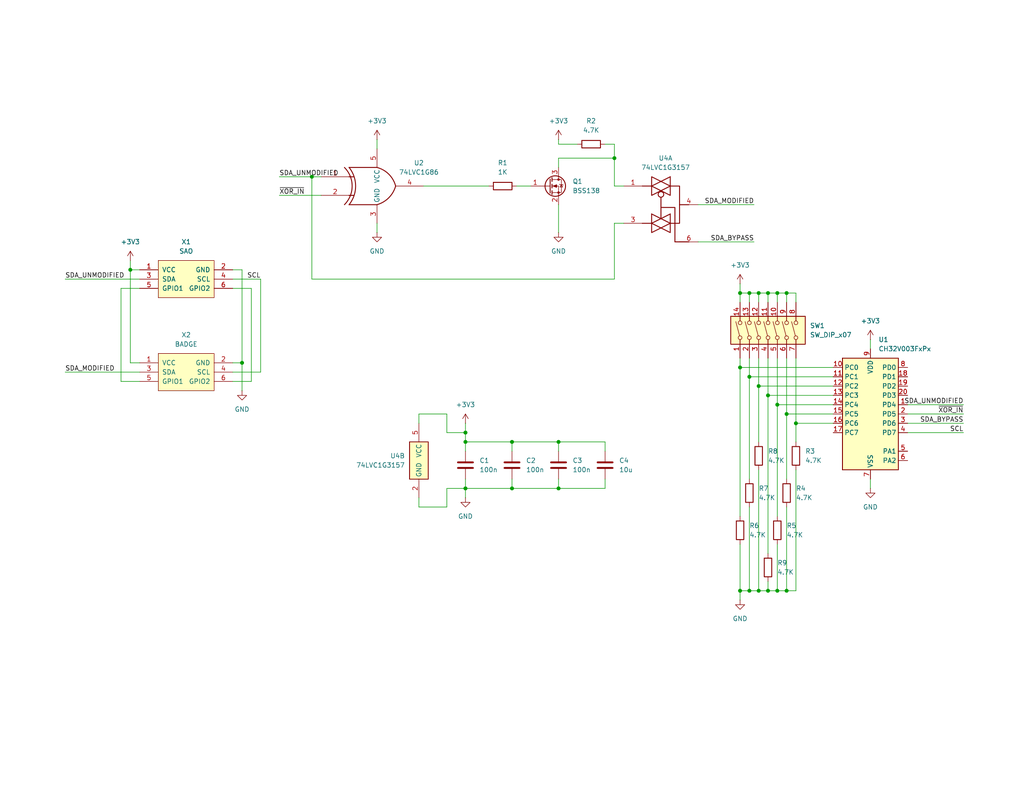
<source format=kicad_sch>
(kicad_sch (version 20231120) (generator "eeschema") (generator_version "8.0")
  (paper "USLetter")
  (lib_symbols
    (symbol "74xGxx:74LVC1G3157"
      (property "Reference" "U" (at 5.08 7.62 0))
      (property "Value" "74LVC1G3157" (at 10.16 -7.62 0))
      (symbol "74LVC1G3157_1_1"
        (polyline (pts (xy -7.62 -10.16) (xy -5.08 -10.16)) (stroke (width 0.254)) (fill (type background)))
        (polyline (pts (xy -7.62 0) (xy -5.08 0)) (stroke (width 0.254)) (fill (type background)))
        (polyline (pts (xy 0 -3.81) (xy 0 2.032)) (stroke (width 0.254)))
        (polyline (pts (xy 5.08 -5.08) (xy 2.54 -5.08)) (stroke (width 0.254)) (fill (type background)))
        (polyline (pts (xy 5.08 5.08) (xy 2.54 5.08)) (stroke (width 0.254)) (fill (type background)))
        (polyline (pts (xy -2.54 -5.08) (xy 0 -6.35) (xy -2.54 -7.62) (xy -2.54 -5.08)) (stroke (width 0.254)))
        (polyline (pts (xy -2.54 -2.54) (xy -2.54 -5.08) (xy 0 -3.81) (xy -2.54 -2.54)) (stroke (width 0.254)))
        (polyline (pts (xy -2.54 5.08) (xy 0 3.81) (xy -2.54 2.54) (xy -2.54 5.08)) (stroke (width 0.254)))
        (polyline (pts (xy -2.54 7.62) (xy 0 6.35) (xy -2.54 5.08) (xy -2.54 7.62)) (stroke (width 0.254)))
        (polyline (pts (xy 0 -0.762) (xy -3.81 -0.762) (xy -3.81 -10.16) (xy -5.08 -10.16)) (stroke (width 0.254)))
        (polyline (pts (xy 2.54 -5.08) (xy 0 -6.35) (xy 2.54 -7.62) (xy 2.54 -5.08)) (stroke (width 0.254)))
        (polyline (pts (xy 2.54 -2.54) (xy 2.54 -5.08) (xy 0 -3.81) (xy 2.54 -2.54)) (stroke (width 0.254)))
        (polyline (pts (xy 2.54 5.08) (xy 2.54 2.54) (xy 0 3.81) (xy 2.54 5.08)) (stroke (width 0.254)))
        (polyline (pts (xy 2.54 5.08) (xy 2.54 7.62) (xy 0 6.35) (xy 2.54 5.08)) (stroke (width 0.254)))
        (polyline (pts (xy -2.54 5.08) (xy -5.08 5.08) (xy -5.08 0) (xy -5.08 -5.08) (xy -2.54 -5.08)) (stroke (width 0.254)))
        (circle (center 0 2.794) (radius 0.762) (stroke (width 0.254)))
        (pin bidirectional line (at 10.16 5.08 180) (length 5.08) (name "~") (number "1"))
        (pin bidirectional line (at 10.16 -5.08 180) (length 5.08) (name "~") (number "3"))
        (pin bidirectional line (at -10.16 0 0) (length 5.08) (name "~") (number "4"))
        (pin input line (at -10.16 -10.16 0) (length 5.08) (name "~") (number "6"))
      )
      (symbol "74LVC1G3157_2_1"
        (rectangle (start -2.54 5.08) (end 2.54 -5.08) (stroke (width 0.254)) (fill (type background)))
        (pin power_in line (at 0 -10.16 90) (length 5.08) (name "GND") (number "2"))
        (pin power_in line (at 0 10.16 270) (length 5.08) (name "VCC") (number "5"))
      )
    )
    (symbol "74xGxx:74LVC1G86"
      (property "Reference" "U" (at -5.08 7.62 0))
      (property "Value" "74LVC1G86" (at 7.62 -7.62 0))
      (symbol "74LVC1G86_0_1"
        (arc (start -8.89 -5.08) (mid -6.7858 0) (end -8.89 5.08) (stroke (width 0.254)))
        (arc (start -7.62 -5.08) (mid -5.838 0) (end -7.62 5.08) (stroke (width 0.254)))
        (arc (start 0 -5.08) (mid 3.1986 -3.2054) (end 5.08 0) (stroke (width 0.254)))
        (polyline (pts (xy -7.62 -2.54) (xy -6.35 -2.54)) (stroke (width 0.254)) (fill (type background)))
        (polyline (pts (xy -7.62 2.54) (xy -6.35 2.54)) (stroke (width 0.254)) (fill (type background)))
        (polyline (pts (xy 0 -5.08) (xy -7.62 -5.08)) (stroke (width 0.254)) (fill (type background)))
        (polyline (pts (xy 0 5.08) (xy -7.62 5.08)) (stroke (width 0.254)) (fill (type background)))
        (arc (start 5.08 0) (mid 3.2238 3.2304) (end 0 5.08) (stroke (width 0.254)))
      )
      (symbol "74LVC1G86_1_1"
        (pin input line (at -15.24 2.54 0) (length 7.62) (name "~") (number "1"))
        (pin input line (at -15.24 -2.54 0) (length 7.62) (name "~") (number "2"))
        (pin power_in line (at 0 -10.16 90) (length 5.08) (name "GND") (number "3"))
        (pin output line (at 12.7 0 180) (length 7.62) (name "~") (number "4"))
        (pin power_in line (at 0 10.16 270) (length 5.08) (name "VCC") (number "5"))
      )
    )
    (symbol "Device:C" (pin_numbers hide) (pin_names (offset 0.254))
      (property "Reference" "C" (at 0.635 2.54 0))
      (property "Value" "C" (at 0.635 -2.54 0))
      (symbol "C_0_1"
        (polyline (pts (xy -2.032 -0.762) (xy 2.032 -0.762)) (stroke (width 0.508)))
        (polyline (pts (xy -2.032 0.762) (xy 2.032 0.762)) (stroke (width 0.508)))
      )
      (symbol "C_1_1"
        (pin passive line (at 0 3.81 270) (length 2.794) (name "~") (number "1"))
        (pin passive line (at 0 -3.81 90) (length 2.794) (name "~") (number "2"))
      )
    )
    (symbol "Device:R" (pin_numbers hide) (pin_names (offset 0))
      (property "Reference" "R" (at 2.032 0 90))
      (property "Value" "R" (at 0 0 90))
      (symbol "R_0_1"
        (rectangle (start -1.016 -2.54) (end 1.016 2.54) (stroke (width 0.254)))
      )
      (symbol "R_1_1"
        (pin passive line (at 0 3.81 270) (length 1.27) (name "~") (number "1"))
        (pin passive line (at 0 -3.81 90) (length 1.27) (name "~") (number "2"))
      )
    )
    (symbol "MCU_WCH_CH32V0:CH32V003FxPx"
      (property "Reference" "U" (at -7.62 17.78 0))
      (property "Value" "CH32V003FxPx" (at 7.62 17.78 0))
      (symbol "CH32V003FxPx_1_1"
        (rectangle (start -7.62 15.24) (end 7.62 -15.24) (stroke (width 0.254)) (fill (type background)))
        (pin bidirectional line (at 10.16 2.54 180) (length 2.54) (name "PD4") (number "1"))
        (pin bidirectional line (at -10.16 12.7 0) (length 2.54) (name "PC0") (number "10"))
        (pin bidirectional line (at -10.16 10.16 0) (length 2.54) (name "PC1") (number "11"))
        (pin bidirectional line (at -10.16 7.62 0) (length 2.54) (name "PC2") (number "12"))
        (pin bidirectional line (at -10.16 5.08 0) (length 2.54) (name "PC3") (number "13"))
        (pin bidirectional line (at -10.16 2.54 0) (length 2.54) (name "PC4") (number "14"))
        (pin bidirectional line (at -10.16 0 0) (length 2.54) (name "PC5") (number "15"))
        (pin bidirectional line (at -10.16 -2.54 0) (length 2.54) (name "PC6") (number "16"))
        (pin bidirectional line (at -10.16 -5.08 0) (length 2.54) (name "PC7") (number "17"))
        (pin bidirectional line (at 10.16 10.16 180) (length 2.54) (name "PD1") (number "18"))
        (pin bidirectional line (at 10.16 7.62 180) (length 2.54) (name "PD2") (number "19"))
        (pin bidirectional line (at 10.16 0 180) (length 2.54) (name "PD5") (number "2"))
        (pin bidirectional line (at 10.16 5.08 180) (length 2.54) (name "PD3") (number "20"))
        (pin bidirectional line (at 10.16 -2.54 180) (length 2.54) (name "PD6") (number "3"))
        (pin bidirectional line (at 10.16 -5.08 180) (length 2.54) (name "PD7") (number "4"))
        (pin bidirectional line (at 10.16 -10.16 180) (length 2.54) (name "PA1") (number "5"))
        (pin bidirectional line (at 10.16 -12.7 180) (length 2.54) (name "PA2") (number "6"))
        (pin power_in line (at 0 -17.78 90) (length 2.54) (name "VSS") (number "7"))
        (pin bidirectional line (at 10.16 12.7 180) (length 2.54) (name "PD0") (number "8"))
        (pin power_in line (at 0 17.78 270) (length 2.54) (name "VDD") (number "9"))
      )
    )
    (symbol "Simple_Addon_v2:Simple_Addon_v2" (pin_names (offset 1.016))
      (property "Reference" "X" (at 0 0 0))
      (property "Value" "Simple_Addon_v2" (at 0.254 0 0))
      (symbol "Simple_Addon_v2_1_1"
        (rectangle (start -7.62 5.08) (end 7.62 -5.08) (fill (type background)))
        (pin input line (at -12.7 2.54 0) (length 5.08) (name "VCC") (number "1"))
        (pin input line (at 12.7 2.54 180) (length 5.08) (name "GND") (number "2"))
        (pin input line (at -12.7 0 0) (length 5.08) (name "SDA") (number "3"))
        (pin input line (at 12.7 0 180) (length 5.08) (name "SCL") (number "4"))
        (pin input line (at -12.7 -2.54 0) (length 5.08) (name "GPIO1") (number "5"))
        (pin input line (at 12.7 -2.54 180) (length 5.08) (name "GPIO2") (number "6"))
      )
    )
    (symbol "Switch:SW_DIP_x07" (pin_names (offset 0) hide)
      (property "Reference" "SW" (at 0 11.43 0))
      (property "Value" "SW_DIP_x07" (at 0 -11.43 0))
      (symbol "SW_DIP_x07_0_0"
        (circle (center -2.032 -7.62) (radius 0.508))
        (circle (center -2.032 -5.08) (radius 0.508))
        (circle (center -2.032 -2.54) (radius 0.508))
        (circle (center -2.032 0) (radius 0.508))
        (circle (center -2.032 2.54) (radius 0.508))
        (circle (center -2.032 5.08) (radius 0.508))
        (circle (center -2.032 7.62) (radius 0.508))
        (polyline (pts (xy -1.524 -7.4676) (xy 2.3622 -6.4262)))
        (polyline (pts (xy -1.524 -4.9276) (xy 2.3622 -3.8862)))
        (polyline (pts (xy -1.524 -2.413) (xy 2.3622 -1.3716)))
        (polyline (pts (xy -1.524 0.127) (xy 2.3622 1.1684)))
        (polyline (pts (xy -1.524 2.667) (xy 2.3622 3.7084)))
        (polyline (pts (xy -1.524 5.207) (xy 2.3622 6.2484)))
        (polyline (pts (xy -1.524 7.747) (xy 2.3622 8.7884)))
        (circle (center 2.032 -7.62) (radius 0.508))
        (circle (center 2.032 -5.08) (radius 0.508))
        (circle (center 2.032 -2.54) (radius 0.508))
        (circle (center 2.032 0) (radius 0.508))
        (circle (center 2.032 2.54) (radius 0.508))
        (circle (center 2.032 5.08) (radius 0.508))
        (circle (center 2.032 7.62) (radius 0.508))
      )
      (symbol "SW_DIP_x07_0_1"
        (rectangle (start -3.81 10.16) (end 3.81 -10.16) (stroke (width 0.254)) (fill (type background)))
      )
      (symbol "SW_DIP_x07_1_1"
        (pin passive line (at -7.62 7.62 0) (length 5.08) (name "~") (number "1"))
        (pin passive line (at 7.62 -2.54 180) (length 5.08) (name "~") (number "10"))
        (pin passive line (at 7.62 0 180) (length 5.08) (name "~") (number "11"))
        (pin passive line (at 7.62 2.54 180) (length 5.08) (name "~") (number "12"))
        (pin passive line (at 7.62 5.08 180) (length 5.08) (name "~") (number "13"))
        (pin passive line (at 7.62 7.62 180) (length 5.08) (name "~") (number "14"))
        (pin passive line (at -7.62 5.08 0) (length 5.08) (name "~") (number "2"))
        (pin passive line (at -7.62 2.54 0) (length 5.08) (name "~") (number "3"))
        (pin passive line (at -7.62 0 0) (length 5.08) (name "~") (number "4"))
        (pin passive line (at -7.62 -2.54 0) (length 5.08) (name "~") (number "5"))
        (pin passive line (at -7.62 -5.08 0) (length 5.08) (name "~") (number "6"))
        (pin passive line (at -7.62 -7.62 0) (length 5.08) (name "~") (number "7"))
        (pin passive line (at 7.62 -7.62 180) (length 5.08) (name "~") (number "8"))
        (pin passive line (at 7.62 -5.08 180) (length 5.08) (name "~") (number "9"))
      )
    )
    (symbol "Transistor_FET:BSS138" (pin_names hide)
      (property "Reference" "Q" (at 5.08 1.905 0))
      (property "Value" "BSS138" (at 5.08 0 0))
      (symbol "BSS138_0_1"
        (polyline (pts (xy 0.254 0) (xy -2.54 0)))
        (polyline (pts (xy 0.254 1.905) (xy 0.254 -1.905)) (stroke (width 0.254)))
        (polyline (pts (xy 0.762 -1.27) (xy 0.762 -2.286)) (stroke (width 0.254)))
        (polyline (pts (xy 0.762 0.508) (xy 0.762 -0.508)) (stroke (width 0.254)))
        (polyline (pts (xy 0.762 2.286) (xy 0.762 1.27)) (stroke (width 0.254)))
        (polyline (pts (xy 2.54 2.54) (xy 2.54 1.778)))
        (polyline (pts (xy 2.54 -2.54) (xy 2.54 0) (xy 0.762 0)))
        (polyline (pts (xy 0.762 -1.778) (xy 3.302 -1.778) (xy 3.302 1.778) (xy 0.762 1.778)))
        (polyline (pts (xy 1.016 0) (xy 2.032 0.381) (xy 2.032 -0.381) (xy 1.016 0)) (fill (type outline)))
        (polyline (pts (xy 2.794 0.508) (xy 2.921 0.381) (xy 3.683 0.381) (xy 3.81 0.254)))
        (polyline (pts (xy 3.302 0.381) (xy 2.921 -0.254) (xy 3.683 -0.254) (xy 3.302 0.381)))
        (circle (center 1.651 0) (radius 2.794) (stroke (width 0.254)))
        (circle (center 2.54 -1.778) (radius 0.254) (fill (type outline)))
        (circle (center 2.54 1.778) (radius 0.254) (fill (type outline)))
      )
      (symbol "BSS138_1_1"
        (pin input line (at -5.08 0 0) (length 2.54) (name "G") (number "1"))
        (pin passive line (at 2.54 -5.08 90) (length 2.54) (name "S") (number "2"))
        (pin passive line (at 2.54 5.08 270) (length 2.54) (name "D") (number "3"))
      )
    )
    (symbol "power:+3V3" (power) (pin_numbers hide) (pin_names (offset 0) hide)
      (property "Value" "+3V3" (at 0 3.556 0))
      (symbol "+3V3_0_1"
        (polyline (pts (xy -0.762 1.27) (xy 0 2.54)))
        (polyline (pts (xy 0 0) (xy 0 2.54)))
        (polyline (pts (xy 0 2.54) (xy 0.762 1.27)))
      )
      (symbol "+3V3_1_1"
        (pin power_in line (at 0 0 90) (length 0) (name "~") (number "1"))
      )
    )
    (symbol "power:GND" (power) (pin_numbers hide) (pin_names (offset 0) hide)
      (property "Value" "GND" (at 0 -3.81 0))
      (symbol "GND_0_1"
        (polyline (pts (xy 0 0) (xy 0 -1.27) (xy 1.27 -1.27) (xy 0 -2.54) (xy -1.27 -1.27) (xy 0 -1.27)))
      )
      (symbol "GND_1_1"
        (pin power_in line (at 0 0 270) (length 0) (name "~") (number "1"))
      )
    )
  )
  (junction (at 209.55 80.01))
  (junction (at 204.47 161.29))
  (junction (at 66.04 99.06))
  (junction (at 214.63 113.03))
  (junction (at 212.09 80.01))
  (junction (at 214.63 80.01))
  (junction (at 217.17 115.57))
  (junction (at 207.01 80.01))
  (junction (at 204.47 102.87))
  (junction (at 209.55 161.29))
  (junction (at 127 118.11))
  (junction (at 207.01 105.41))
  (junction (at 139.7 133.35))
  (junction (at 212.09 110.49))
  (junction (at 204.47 80.01))
  (junction (at 167.64 43.18))
  (junction (at 201.93 161.29))
  (junction (at 35.56 73.66))
  (junction (at 152.4 120.65))
  (junction (at 201.93 80.01))
  (junction (at 127 120.65))
  (junction (at 209.55 107.95))
  (junction (at 207.01 161.29))
  (junction (at 152.4 133.35))
  (junction (at 139.7 120.65))
  (junction (at 212.09 161.29))
  (junction (at 201.93 100.33))
  (junction (at 127 133.35))
  (junction (at 85.09 48.26))
  (junction (at 214.63 161.29))
  (wire (pts (xy 212.09 148.59) (xy 212.09 161.29)))
  (wire (pts (xy 33.02 78.74) (xy 33.02 104.14)))
  (wire (pts (xy 167.64 50.8) (xy 170.18 50.8)))
  (wire (pts (xy 204.47 102.87) (xy 204.47 130.81)))
  (wire (pts (xy 207.01 128.27) (xy 207.01 161.29)))
  (wire (pts (xy 127 118.11) (xy 127 120.65)))
  (wire (pts (xy 204.47 97.79) (xy 204.47 102.87)))
  (wire (pts (xy 214.63 113.03) (xy 227.33 113.03)))
  (wire (pts (xy 71.12 101.6) (xy 71.12 76.2)))
  (wire (pts (xy 38.1 78.74) (xy 33.02 78.74)))
  (wire (pts (xy 76.2 53.34) (xy 87.63 53.34)))
  (wire (pts (xy 201.93 80.01) (xy 204.47 80.01)))
  (wire (pts (xy 165.1 39.37) (xy 167.64 39.37)))
  (wire (pts (xy 66.04 73.66) (xy 63.5 73.66)))
  (wire (pts (xy 207.01 161.29) (xy 209.55 161.29)))
  (wire (pts (xy 114.3 135.89) (xy 114.3 138.43)))
  (wire (pts (xy 237.49 92.71) (xy 237.49 95.25)))
  (wire (pts (xy 201.93 77.47) (xy 201.93 80.01)))
  (wire (pts (xy 212.09 80.01) (xy 214.63 80.01)))
  (wire (pts (xy 102.87 38.1) (xy 102.87 40.64)))
  (wire (pts (xy 214.63 113.03) (xy 214.63 130.81)))
  (wire (pts (xy 209.55 97.79) (xy 209.55 107.95)))
  (wire (pts (xy 167.64 43.18) (xy 167.64 50.8)))
  (wire (pts (xy 227.33 100.33) (xy 201.93 100.33)))
  (wire (pts (xy 139.7 130.81) (xy 139.7 133.35)))
  (wire (pts (xy 247.65 118.11) (xy 262.89 118.11)))
  (wire (pts (xy 247.65 113.03) (xy 262.89 113.03)))
  (wire (pts (xy 127 130.81) (xy 127 133.35)))
  (wire (pts (xy 201.93 100.33) (xy 201.93 97.79)))
  (wire (pts (xy 214.63 138.43) (xy 214.63 161.29)))
  (wire (pts (xy 209.55 161.29) (xy 209.55 158.75)))
  (wire (pts (xy 152.4 130.81) (xy 152.4 133.35)))
  (wire (pts (xy 121.92 113.03) (xy 114.3 113.03)))
  (wire (pts (xy 204.47 80.01) (xy 207.01 80.01)))
  (wire (pts (xy 152.4 120.65) (xy 165.1 120.65)))
  (wire (pts (xy 35.56 99.06) (xy 38.1 99.06)))
  (wire (pts (xy 63.5 101.6) (xy 71.12 101.6)))
  (wire (pts (xy 214.63 80.01) (xy 217.17 80.01)))
  (wire (pts (xy 17.78 76.2) (xy 38.1 76.2)))
  (wire (pts (xy 217.17 115.57) (xy 227.33 115.57)))
  (wire (pts (xy 35.56 73.66) (xy 38.1 73.66)))
  (wire (pts (xy 152.4 120.65) (xy 152.4 123.19)))
  (wire (pts (xy 68.58 78.74) (xy 68.58 104.14)))
  (wire (pts (xy 127 120.65) (xy 127 123.19)))
  (wire (pts (xy 201.93 161.29) (xy 201.93 163.83)))
  (wire (pts (xy 237.49 130.81) (xy 237.49 133.35)))
  (wire (pts (xy 214.63 97.79) (xy 214.63 113.03)))
  (wire (pts (xy 66.04 106.68) (xy 66.04 99.06)))
  (wire (pts (xy 85.09 76.2) (xy 167.64 76.2)))
  (wire (pts (xy 127 115.57) (xy 127 118.11)))
  (wire (pts (xy 127 133.35) (xy 139.7 133.35)))
  (wire (pts (xy 152.4 43.18) (xy 167.64 43.18)))
  (wire (pts (xy 152.4 133.35) (xy 165.1 133.35)))
  (wire (pts (xy 121.92 133.35) (xy 127 133.35)))
  (wire (pts (xy 127 118.11) (xy 121.92 118.11)))
  (wire (pts (xy 139.7 120.65) (xy 139.7 123.19)))
  (wire (pts (xy 205.74 66.04) (xy 190.5 66.04)))
  (wire (pts (xy 63.5 78.74) (xy 68.58 78.74)))
  (wire (pts (xy 201.93 100.33) (xy 201.93 140.97)))
  (wire (pts (xy 152.4 38.1) (xy 152.4 39.37)))
  (wire (pts (xy 170.18 60.96) (xy 167.64 60.96)))
  (wire (pts (xy 33.02 104.14) (xy 38.1 104.14)))
  (wire (pts (xy 207.01 80.01) (xy 209.55 80.01)))
  (wire (pts (xy 212.09 161.29) (xy 214.63 161.29)))
  (wire (pts (xy 114.3 138.43) (xy 121.92 138.43)))
  (wire (pts (xy 167.64 39.37) (xy 167.64 43.18)))
  (wire (pts (xy 217.17 161.29) (xy 217.17 128.27)))
  (wire (pts (xy 165.1 133.35) (xy 165.1 130.81)))
  (wire (pts (xy 152.4 39.37) (xy 157.48 39.37)))
  (wire (pts (xy 139.7 133.35) (xy 152.4 133.35)))
  (wire (pts (xy 114.3 113.03) (xy 114.3 115.57)))
  (wire (pts (xy 217.17 115.57) (xy 217.17 120.65)))
  (wire (pts (xy 140.97 50.8) (xy 144.78 50.8)))
  (wire (pts (xy 207.01 105.41) (xy 207.01 120.65)))
  (wire (pts (xy 212.09 80.01) (xy 212.09 82.55)))
  (wire (pts (xy 76.2 48.26) (xy 85.09 48.26)))
  (wire (pts (xy 127 120.65) (xy 139.7 120.65)))
  (wire (pts (xy 201.93 148.59) (xy 201.93 161.29)))
  (wire (pts (xy 214.63 161.29) (xy 217.17 161.29)))
  (wire (pts (xy 227.33 105.41) (xy 207.01 105.41)))
  (wire (pts (xy 152.4 55.88) (xy 152.4 63.5)))
  (wire (pts (xy 85.09 48.26) (xy 85.09 76.2)))
  (wire (pts (xy 209.55 161.29) (xy 212.09 161.29)))
  (wire (pts (xy 121.92 138.43) (xy 121.92 133.35)))
  (wire (pts (xy 209.55 107.95) (xy 227.33 107.95)))
  (wire (pts (xy 209.55 80.01) (xy 209.55 82.55)))
  (wire (pts (xy 68.58 104.14) (xy 63.5 104.14)))
  (wire (pts (xy 212.09 110.49) (xy 212.09 97.79)))
  (wire (pts (xy 121.92 118.11) (xy 121.92 113.03)))
  (wire (pts (xy 247.65 110.49) (xy 262.89 110.49)))
  (wire (pts (xy 201.93 161.29) (xy 204.47 161.29)))
  (wire (pts (xy 214.63 80.01) (xy 214.63 82.55)))
  (wire (pts (xy 190.5 55.88) (xy 205.74 55.88)))
  (wire (pts (xy 207.01 105.41) (xy 207.01 97.79)))
  (wire (pts (xy 217.17 97.79) (xy 217.17 115.57)))
  (wire (pts (xy 35.56 71.12) (xy 35.56 73.66)))
  (wire (pts (xy 85.09 48.26) (xy 87.63 48.26)))
  (wire (pts (xy 102.87 60.96) (xy 102.87 63.5)))
  (wire (pts (xy 247.65 115.57) (xy 262.89 115.57)))
  (wire (pts (xy 71.12 76.2) (xy 63.5 76.2)))
  (wire (pts (xy 115.57 50.8) (xy 133.35 50.8)))
  (wire (pts (xy 17.78 101.6) (xy 38.1 101.6)))
  (wire (pts (xy 127 133.35) (xy 127 135.89)))
  (wire (pts (xy 204.47 138.43) (xy 204.47 161.29)))
  (wire (pts (xy 207.01 80.01) (xy 207.01 82.55)))
  (wire (pts (xy 152.4 45.72) (xy 152.4 43.18)))
  (wire (pts (xy 165.1 120.65) (xy 165.1 123.19)))
  (wire (pts (xy 201.93 80.01) (xy 201.93 82.55)))
  (wire (pts (xy 217.17 80.01) (xy 217.17 82.55)))
  (wire (pts (xy 209.55 80.01) (xy 212.09 80.01)))
  (wire (pts (xy 204.47 102.87) (xy 227.33 102.87)))
  (wire (pts (xy 139.7 120.65) (xy 152.4 120.65)))
  (wire (pts (xy 227.33 110.49) (xy 212.09 110.49)))
  (wire (pts (xy 204.47 80.01) (xy 204.47 82.55)))
  (wire (pts (xy 167.64 60.96) (xy 167.64 76.2)))
  (wire (pts (xy 66.04 99.06) (xy 66.04 73.66)))
  (wire (pts (xy 63.5 99.06) (xy 66.04 99.06)))
  (wire (pts (xy 204.47 161.29) (xy 207.01 161.29)))
  (wire (pts (xy 212.09 110.49) (xy 212.09 140.97)))
  (wire (pts (xy 35.56 73.66) (xy 35.56 99.06)))
  (wire (pts (xy 209.55 107.95) (xy 209.55 151.13)))
  (label "SDA_UNMODIFIED" (at 76.2 48.26 0))
  (label "SCL" (at 71.12 76.2 180))
  (label "SDA_UNMODIFIED" (at 17.78 76.2 0))
  (label "SDA_MODIFIED" (at 205.74 55.88 180))
  (label "~{XOR_IN}" (at 76.2 53.34 0))
  (label "SDA_MODIFIED" (at 17.78 101.6 0))
  (label "SDA_BYPASS" (at 262.89 115.57 180))
  (label "SDA_UNMODIFIED" (at 262.89 110.49 180))
  (label "~{XOR_IN}" (at 262.89 113.03 180))
  (label "SDA_BYPASS" (at 205.74 66.04 180))
  (label "SCL" (at 262.89 118.11 180))
  (symbol (lib_id "Simple_Addon_v2:Simple_Addon_v2") (at 50.8 101.6 0) (unit 1)
    (property "Reference" "X2" (at 50.8 91.44 0))
    (property "Value" "BADGE" (at 50.8 93.98 0))
    (property "Footprint" "Simple_Addon_v2:Simple_Addon_v2-BADGE-2x3" (effects (hide yes)))
  )
  (symbol (lib_id "power:GND") (at 201.93 163.83 0) (unit 1)
    (property "Reference" "#PWR09" (effects (hide yes)))
    (property "Value" "GND" (at 201.93 168.91 0))
    (property "Description" "Power symbol creates a global label with name \"GND\" , ground" (effects (hide yes)))
  )
  (symbol (lib_id "power:GND") (at 152.4 63.5 0) (unit 1)
    (property "Reference" "#PWR04" (effects (hide yes)))
    (property "Value" "GND" (at 152.4 68.58 0))
    (property "Description" "Power symbol creates a global label with name \"GND\" , ground" (effects (hide yes)))
  )
  (symbol (lib_id "power:GND") (at 102.87 63.5 0) (unit 1)
    (property "Reference" "#PWR05" (effects (hide yes)))
    (property "Value" "GND" (at 102.87 68.58 0))
    (property "Description" "Power symbol creates a global label with name \"GND\" , ground" (effects (hide yes)))
  )
  (symbol (lib_id "Device:R") (at 161.29 39.37 90) (unit 1)
    (property "Reference" "R2" (at 161.29 33.02 90))
    (property "Value" "4.7K" (at 161.29 35.56 90))
    (property "Footprint" "Resistor_SMD:R_0603_1608Metric_Pad0.98x0.95mm_HandSolder" (effects (hide yes)))
    (property "Description" "Resistor" (effects (hide yes)))
  )
  (symbol (lib_id "Device:C") (at 139.7 127 0) (unit 1)
    (property "Reference" "C2" (at 143.51 125.7299 0) (effects (justify left)))
    (property "Value" "100n" (at 143.51 128.2699 0) (effects (justify left)))
    (property "Footprint" "Capacitor_SMD:C_0603_1608Metric_Pad1.08x0.95mm_HandSolder" (effects (hide yes)))
    (property "Description" "Unpolarized capacitor" (effects (hide yes)))
  )
  (symbol (lib_id "Device:R") (at 209.55 154.94 180) (unit 1)
    (property "Reference" "R9" (at 212.09 153.6699 0) (effects (justify right)))
    (property "Value" "4.7K" (at 212.09 156.2099 0) (effects (justify right)))
    (property "Footprint" "Resistor_SMD:R_0603_1608Metric_Pad0.98x0.95mm_HandSolder" (effects (hide yes)))
    (property "Description" "Resistor" (effects (hide yes)))
  )
  (symbol (lib_id "Device:R") (at 214.63 134.62 180) (unit 1)
    (property "Reference" "R4" (at 217.17 133.3499 0) (effects (justify right)))
    (property "Value" "4.7K" (at 217.17 135.8899 0) (effects (justify right)))
    (property "Footprint" "Resistor_SMD:R_0603_1608Metric_Pad0.98x0.95mm_HandSolder" (effects (hide yes)))
    (property "Description" "Resistor" (effects (hide yes)))
  )
  (symbol (lib_id "power:GND") (at 127 135.89 0) (unit 1)
    (property "Reference" "#PWR011" (effects (hide yes)))
    (property "Value" "GND" (at 127 140.97 0))
    (property "Description" "Power symbol creates a global label with name \"GND\" , ground" (effects (hide yes)))
  )
  (symbol (lib_id "Device:C") (at 165.1 127 0) (unit 1)
    (property "Reference" "C4" (at 168.91 125.7299 0) (effects (justify left)))
    (property "Value" "10u" (at 168.91 128.2699 0) (effects (justify left)))
    (property "Footprint" "Capacitor_SMD:C_0805_2012Metric_Pad1.18x1.45mm_HandSolder" (effects (hide yes)))
    (property "Description" "Unpolarized capacitor" (effects (hide yes)))
  )
  (symbol (lib_id "Device:C") (at 127 127 0) (unit 1)
    (property "Reference" "C1" (at 130.81 125.7299 0) (effects (justify left)))
    (property "Value" "100n" (at 130.81 128.2699 0) (effects (justify left)))
    (property "Footprint" "Capacitor_SMD:C_0603_1608Metric_Pad1.08x0.95mm_HandSolder" (effects (hide yes)))
    (property "Description" "Unpolarized capacitor" (effects (hide yes)))
  )
  (symbol (lib_id "power:+3V3") (at 152.4 38.1 0) (unit 1)
    (property "Reference" "#PWR02" (effects (hide yes)))
    (property "Value" "+3V3" (at 152.4 33.02 0))
    (property "Description" "Power symbol creates a global label with name \"+3V3\"" (effects (hide yes)))
  )
  (symbol (lib_id "Device:C") (at 152.4 127 0) (unit 1)
    (property "Reference" "C3" (at 156.21 125.7299 0) (effects (justify left)))
    (property "Value" "100n" (at 156.21 128.2699 0) (effects (justify left)))
    (property "Footprint" "Capacitor_SMD:C_0603_1608Metric_Pad1.08x0.95mm_HandSolder" (effects (hide yes)))
    (property "Description" "Unpolarized capacitor" (effects (hide yes)))
  )
  (symbol (lib_id "power:+3V3") (at 102.87 38.1 0) (unit 1)
    (property "Reference" "#PWR01" (effects (hide yes)))
    (property "Value" "+3V3" (at 102.87 33.02 0))
    (property "Description" "Power symbol creates a global label with name \"+3V3\"" (effects (hide yes)))
  )
  (symbol (lib_id "74xGxx:74LVC1G86") (at 102.87 50.8 0) (unit 1)
    (property "Reference" "U2" (at 114.3 44.4814 0))
    (property "Value" "74LVC1G86" (at 114.3 47.0214 0))
    (property "Footprint" "Package_TO_SOT_SMD:SOT-23-5_HandSoldering" (effects (hide yes)))
    (property "Datasheet" "http://www.ti.com/lit/sg/scyt129e/scyt129e.pdf" (effects (hide yes)))
    (property "Description" "Single XOR Gate, Low-Voltage CMOS" (effects (hide yes)))
  )
  (symbol (lib_id "Device:R") (at 212.09 144.78 180) (unit 1)
    (property "Reference" "R5" (at 214.63 143.5099 0) (effects (justify right)))
    (property "Value" "4.7K" (at 214.63 146.0499 0) (effects (justify right)))
    (property "Footprint" "Resistor_SMD:R_0603_1608Metric_Pad0.98x0.95mm_HandSolder" (effects (hide yes)))
    (property "Description" "Resistor" (effects (hide yes)))
  )
  (symbol (lib_id "MCU_WCH_CH32V0:CH32V003FxPx") (at 237.49 113.03 0) (unit 1)
    (property "Reference" "U1" (at 239.6841 92.71 0) (effects (justify left)))
    (property "Value" "CH32V003FxPx" (at 239.6841 95.25 0) (effects (justify left)))
    (property "Footprint" "Package_SO:TSSOP-20_4.4x6.5mm_P0.65mm" (effects (hide yes)))
    (property "Datasheet" "https://www.wch-ic.com/products/CH32V003.html" (effects (hide yes)))
    (property "Description" "CH32V003 series are industrial-grade general-purpose microcontrollers designed based on 32-bit RISC-V instruction set and architecture. It adopts QingKe V2A core, RV32EC instruction set, and supports 2 levels of interrupt nesting. The series are mounted with rich peripheral interfaces and function modules. Its internal organizational structure meets the low-cost and low-power embedded application scenarios." (effects (hide yes)))
  )
  (symbol (lib_id "Device:R") (at 204.47 134.62 180) (unit 1)
    (property "Reference" "R7" (at 207.01 133.3499 0) (effects (justify right)))
    (property "Value" "4.7K" (at 207.01 135.8899 0) (effects (justify right)))
    (property "Footprint" "Resistor_SMD:R_0603_1608Metric_Pad0.98x0.95mm_HandSolder" (effects (hide yes)))
    (property "Description" "Resistor" (effects (hide yes)))
  )
  (symbol (lib_id "74xGxx:74LVC1G3157") (at 114.3 125.73 0) (unit 2)
    (property "Reference" "U4" (at 110.49 124.4599 0) (effects (justify right)))
    (property "Value" "74LVC1G3157" (at 110.49 126.9999 0) (effects (justify right)))
    (property "Footprint" "Package_TO_SOT_SMD:SOT-23-6_Handsoldering" (effects (hide yes)))
    (property "Datasheet" "http://www.ti.com/lit/sg/scyt129e/scyt129e.pdf" (effects (hide yes)))
    (property "Description" "SPDT Analog Switch, Low-Voltage CMOS" (effects (hide yes)))
  )
  (symbol (lib_id "Simple_Addon_v2:Simple_Addon_v2") (at 50.8 76.2 0) (unit 1)
    (property "Reference" "X1" (at 50.8 66.04 0))
    (property "Value" "SAO" (at 50.8 68.58 0))
    (property "Footprint" "Simple_Addon_v2:Simple_Addon_v2-SAO-2x3" (effects (hide yes)))
  )
  (symbol (lib_id "Device:R") (at 137.16 50.8 90) (unit 1)
    (property "Reference" "R1" (at 137.16 44.45 90))
    (property "Value" "1K" (at 137.16 46.99 90))
    (property "Footprint" "Resistor_SMD:R_0603_1608Metric_Pad0.98x0.95mm_HandSolder" (effects (hide yes)))
    (property "Description" "Resistor" (effects (hide yes)))
  )
  (symbol (lib_id "Device:R") (at 207.01 124.46 180) (unit 1)
    (property "Reference" "R8" (at 209.55 123.1899 0) (effects (justify right)))
    (property "Value" "4.7K" (at 209.55 125.7299 0) (effects (justify right)))
    (property "Footprint" "Resistor_SMD:R_0603_1608Metric_Pad0.98x0.95mm_HandSolder" (effects (hide yes)))
    (property "Description" "Resistor" (effects (hide yes)))
  )
  (symbol (lib_id "power:+3V3") (at 237.49 92.71 0) (unit 1)
    (property "Reference" "#PWR03" (effects (hide yes)))
    (property "Value" "+3V3" (at 237.49 87.63 0))
    (property "Description" "Power symbol creates a global label with name \"+3V3\"" (effects (hide yes)))
  )
  (symbol (lib_id "Device:R") (at 217.17 124.46 180) (unit 1)
    (property "Reference" "R3" (at 219.71 123.1899 0) (effects (justify right)))
    (property "Value" "4.7K" (at 219.71 125.7299 0) (effects (justify right)))
    (property "Footprint" "Resistor_SMD:R_0603_1608Metric_Pad0.98x0.95mm_HandSolder" (effects (hide yes)))
    (property "Description" "Resistor" (effects (hide yes)))
  )
  (symbol (lib_id "Switch:SW_DIP_x07") (at 209.55 90.17 90) (unit 1)
    (property "Reference" "SW1" (at 220.98 88.8999 90) (effects (justify right)))
    (property "Value" "SW_DIP_x07" (at 220.98 91.4399 90) (effects (justify right)))
    (property "Footprint" "Button_Switch_THT:SW_DIP_SPSTx07_Slide_9.78x19.96mm_W7.62mm_P2.54mm" (effects (hide yes)))
    (property "Description" "7x DIP Switch, Single Pole Single Throw (SPST) switch, small symbol" (effects (hide yes)))
  )
  (symbol (lib_id "power:GND") (at 237.49 133.35 0) (unit 1)
    (property "Reference" "#PWR06" (effects (hide yes)))
    (property "Value" "GND" (at 237.49 138.43 0))
    (property "Description" "Power symbol creates a global label with name \"GND\" , ground" (effects (hide yes)))
  )
  (symbol (lib_id "power:+3V3") (at 127 115.57 0) (unit 1)
    (property "Reference" "#PWR012" (effects (hide yes)))
    (property "Value" "+3V3" (at 127 110.49 0))
    (property "Description" "Power symbol creates a global label with name \"+3V3\"" (effects (hide yes)))
  )
  (symbol (lib_id "power:+3V3") (at 35.56 71.12 0) (unit 1)
    (property "Reference" "#PWR08" (effects (hide yes)))
    (property "Value" "+3V3" (at 35.56 66.04 0))
    (property "Description" "Power symbol creates a global label with name \"+3V3\"" (effects (hide yes)))
  )
  (symbol (lib_id "Transistor_FET:BSS138") (at 149.86 50.8 0) (unit 1)
    (property "Reference" "Q1" (at 156.21 49.5299 0) (effects (justify left)))
    (property "Value" "BSS138" (at 156.21 52.0699 0) (effects (justify left)))
    (property "Footprint" "Package_TO_SOT_SMD:SOT-23_Handsoldering" (effects (hide yes)))
    (property "Datasheet" "https://www.onsemi.com/pub/Collateral/BSS138-D.PDF" (effects (hide yes)))
    (property "Description" "50V Vds, 0.22A Id, N-Channel MOSFET, SOT-23" (effects (hide yes)))
  )
  (symbol (lib_id "power:+3V3") (at 201.93 77.47 0) (unit 1)
    (property "Reference" "#PWR010" (effects (hide yes)))
    (property "Value" "+3V3" (at 201.93 72.39 0))
    (property "Description" "Power symbol creates a global label with name \"+3V3\"" (effects (hide yes)))
  )
  (symbol (lib_id "74xGxx:74LVC1G3157") (at 180.34 55.88 0) (mirror y) (unit 1)
    (property "Reference" "U4" (at 181.61 43.18 0))
    (property "Value" "74LVC1G3157" (at 181.61 45.72 0))
    (property "Footprint" "Package_TO_SOT_SMD:SOT-23-6_Handsoldering" (effects (hide yes)))
    (property "Datasheet" "http://www.ti.com/lit/sg/scyt129e/scyt129e.pdf" (effects (hide yes)))
    (property "Description" "SPDT Analog Switch, Low-Voltage CMOS" (effects (hide yes)))
  )
  (symbol (lib_id "Device:R") (at 201.93 144.78 180) (unit 1)
    (property "Reference" "R6" (at 204.47 143.5099 0) (effects (justify right)))
    (property "Value" "4.7K" (at 204.47 146.0499 0) (effects (justify right)))
    (property "Footprint" "Resistor_SMD:R_0603_1608Metric_Pad0.98x0.95mm_HandSolder" (effects (hide yes)))
    (property "Description" "Resistor" (effects (hide yes)))
  )
  (symbol (lib_id "power:GND") (at 66.04 106.68 0) (unit 1)
    (property "Reference" "#PWR07" (effects (hide yes)))
    (property "Value" "GND" (at 66.04 111.76 0))
    (property "Description" "Power symbol creates a global label with name \"GND\" , ground" (effects (hide yes)))
  )
)
</source>
